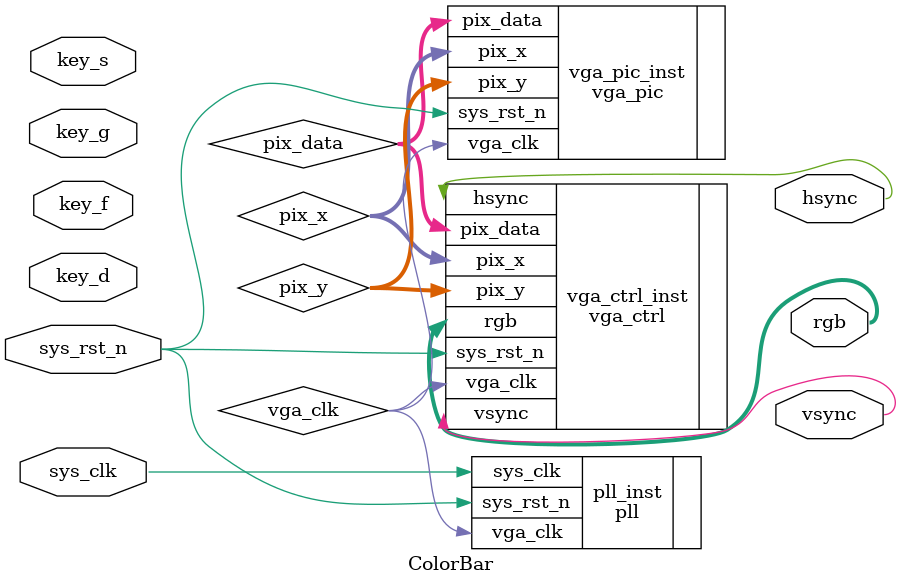
<source format=v>
`timescale 1ns/1ps
module ColorBar(
    input wire sys_clk,       
    input wire sys_rst_n,    
    input wire key_s,         
    input wire key_d,         
    input wire key_f,          
    input wire key_g,          
    output wire hsync,        
    output wire vsync,        
    output wire [15:0] rgb    
);


wire vga_clk;         
wire [9:0] pix_x, pix_y;  
wire [15:0] pix_data;   

pll pll_inst(
    .sys_clk(sys_clk),
    .sys_rst_n(sys_rst_n),
    .vga_clk(vga_clk)
);


vga_pic vga_pic_inst(
    .vga_clk(vga_clk),
    .sys_rst_n(sys_rst_n),
    .pix_x(pix_x),
    .pix_y(pix_y),
    .pix_data(pix_data)
);


vga_ctrl vga_ctrl_inst(
    .vga_clk(vga_clk),
    .sys_rst_n(sys_rst_n),
    .pix_data(pix_data),
    .pix_x(pix_x),
    .pix_y(pix_y),
    .hsync(hsync),
    .vsync(vsync),
    .rgb(rgb)
);

endmodule


</source>
